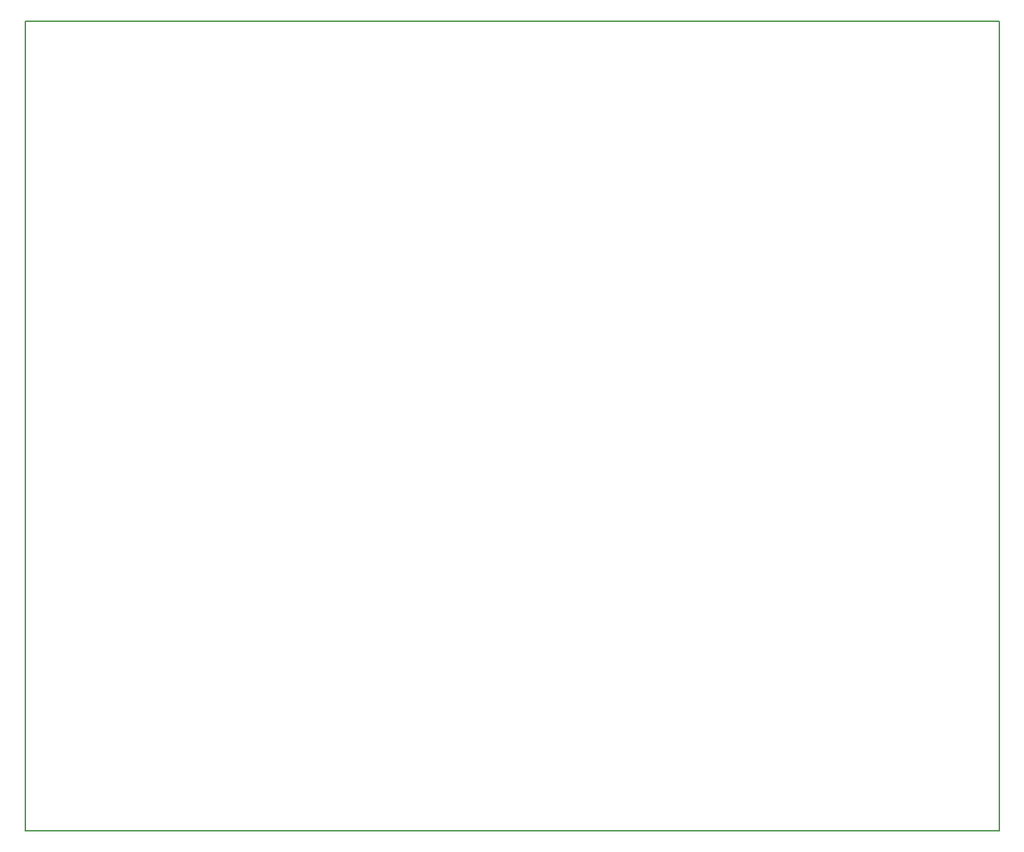
<source format=gbr>
G04 #@! TF.GenerationSoftware,KiCad,Pcbnew,5.1.7-a382d34a8~88~ubuntu20.04.1*
G04 #@! TF.CreationDate,2020-12-13T14:38:39-06:00*
G04 #@! TF.ProjectId,open-dash-daughterboard,6f70656e-2d64-4617-9368-2d6461756768,rev?*
G04 #@! TF.SameCoordinates,Original*
G04 #@! TF.FileFunction,Profile,NP*
%FSLAX46Y46*%
G04 Gerber Fmt 4.6, Leading zero omitted, Abs format (unit mm)*
G04 Created by KiCad (PCBNEW 5.1.7-a382d34a8~88~ubuntu20.04.1) date 2020-12-13 14:38:39*
%MOMM*%
%LPD*%
G01*
G04 APERTURE LIST*
G04 #@! TA.AperFunction,Profile*
%ADD10C,0.150000*%
G04 #@! TD*
G04 APERTURE END LIST*
D10*
X88150000Y-44650000D02*
X88150000Y-144750000D01*
X208600000Y-44700000D02*
X88150000Y-44650000D01*
X208600000Y-144800000D02*
X208600000Y-44700000D01*
X88150000Y-144750000D02*
X208600000Y-144800000D01*
M02*

</source>
